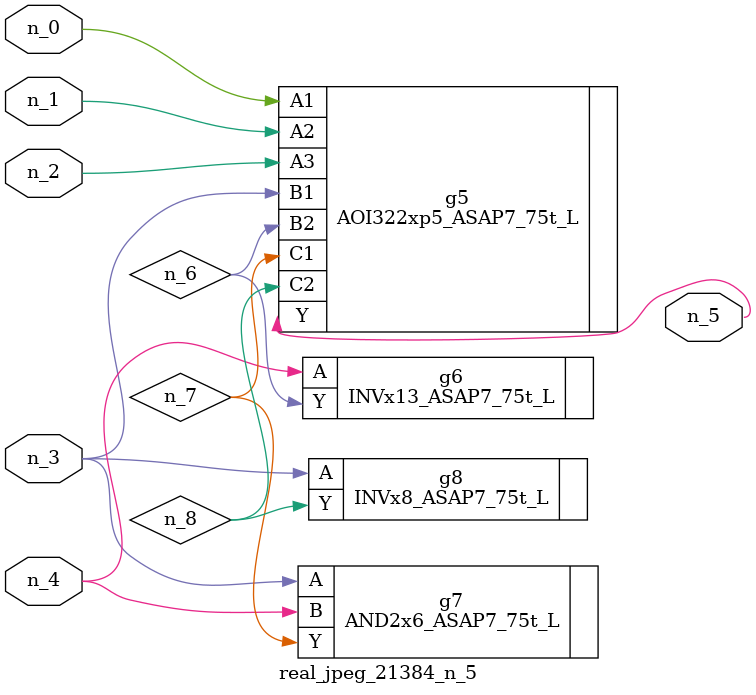
<source format=v>
module real_jpeg_21384_n_5 (n_4, n_0, n_1, n_2, n_3, n_5);

input n_4;
input n_0;
input n_1;
input n_2;
input n_3;

output n_5;

wire n_8;
wire n_6;
wire n_7;

AOI322xp5_ASAP7_75t_L g5 ( 
.A1(n_0),
.A2(n_1),
.A3(n_2),
.B1(n_3),
.B2(n_6),
.C1(n_7),
.C2(n_8),
.Y(n_5)
);

AND2x6_ASAP7_75t_L g7 ( 
.A(n_3),
.B(n_4),
.Y(n_7)
);

INVx8_ASAP7_75t_L g8 ( 
.A(n_3),
.Y(n_8)
);

INVx13_ASAP7_75t_L g6 ( 
.A(n_4),
.Y(n_6)
);


endmodule
</source>
